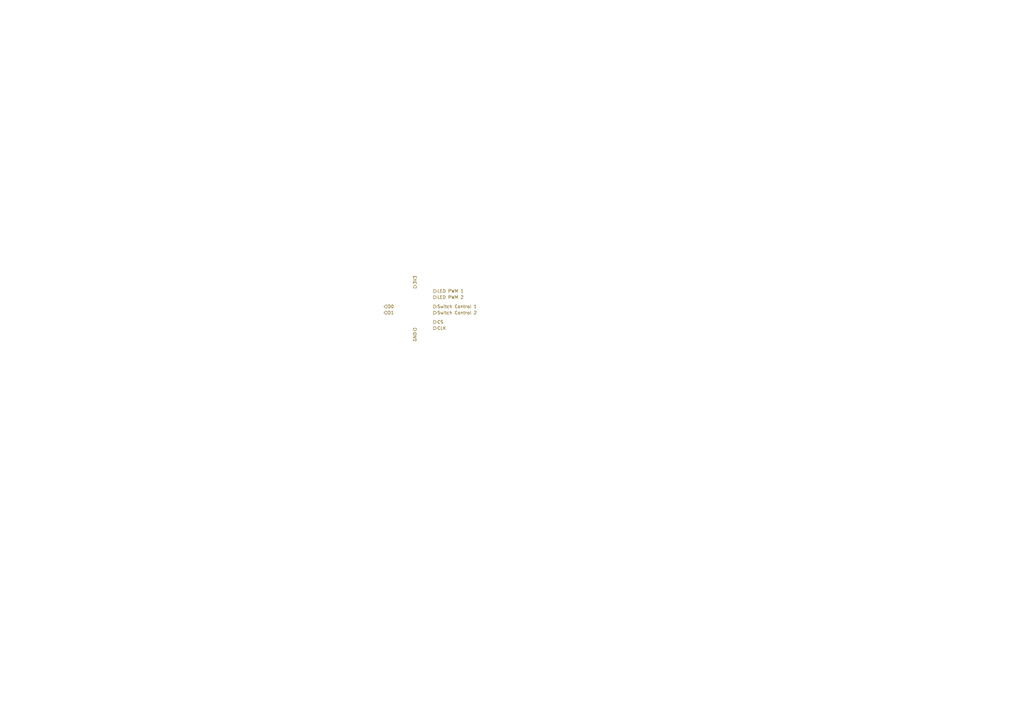
<source format=kicad_sch>
(kicad_sch
	(version 20231120)
	(generator "eeschema")
	(generator_version "8.0")
	(uuid "6427d710-b005-4192-9011-c2d62c35af43")
	(paper "A3")
	(title_block
		(title "Pulse Oximeter")
		(date "2024-03-07")
		(rev "1")
		(company "ENGS 129")
		(comment 1 "Renan Laurore")
		(comment 2 "Andrei Gerashchenko")
	)
	(lib_symbols)
	(hierarchical_label "LED PWM 2"
		(shape output)
		(at 177.8 121.92 0)
		(fields_autoplaced yes)
		(effects
			(font
				(size 1.27 1.27)
			)
			(justify left)
		)
		(uuid "1e17419f-6965-4629-b832-5b9fbc1cd79b")
	)
	(hierarchical_label "3V3"
		(shape output)
		(at 170.18 118.11 90)
		(fields_autoplaced yes)
		(effects
			(font
				(size 1.27 1.27)
			)
			(justify left)
		)
		(uuid "2802c4ec-da55-435f-866d-dfccf4d99d2f")
	)
	(hierarchical_label "Switch Control 1"
		(shape output)
		(at 177.8 125.73 0)
		(fields_autoplaced yes)
		(effects
			(font
				(size 1.27 1.27)
			)
			(justify left)
		)
		(uuid "2ea9fca9-ec3b-4a22-93f0-3d2aaab4b361")
	)
	(hierarchical_label "CS"
		(shape output)
		(at 177.8 132.08 0)
		(fields_autoplaced yes)
		(effects
			(font
				(size 1.27 1.27)
			)
			(justify left)
		)
		(uuid "4a616190-51c0-4231-8c73-055438207940")
	)
	(hierarchical_label "D1"
		(shape input)
		(at 157.48 128.27 0)
		(fields_autoplaced yes)
		(effects
			(font
				(size 1.27 1.27)
			)
			(justify left)
		)
		(uuid "4d4d7973-4787-4c8b-b014-451ebe63ce6d")
	)
	(hierarchical_label "GND"
		(shape output)
		(at 170.18 134.62 270)
		(fields_autoplaced yes)
		(effects
			(font
				(size 1.27 1.27)
			)
			(justify right)
		)
		(uuid "68fd1869-4026-4a33-afd1-9a668ea9850a")
	)
	(hierarchical_label "CLK"
		(shape output)
		(at 177.8 134.62 0)
		(fields_autoplaced yes)
		(effects
			(font
				(size 1.27 1.27)
			)
			(justify left)
		)
		(uuid "6f35eb0d-921d-4434-8c15-b17bb91c9fa2")
	)
	(hierarchical_label "D0"
		(shape input)
		(at 157.48 125.73 0)
		(fields_autoplaced yes)
		(effects
			(font
				(size 1.27 1.27)
			)
			(justify left)
		)
		(uuid "7ca3261e-d406-41ef-ab69-8679f45f03f7")
	)
	(hierarchical_label "LED PWM 1"
		(shape output)
		(at 177.8 119.38 0)
		(fields_autoplaced yes)
		(effects
			(font
				(size 1.27 1.27)
			)
			(justify left)
		)
		(uuid "a4a2f4b4-910c-4ee5-9a88-069235ba7e54")
	)
	(hierarchical_label "Switch Control 2"
		(shape output)
		(at 177.8 128.27 0)
		(fields_autoplaced yes)
		(effects
			(font
				(size 1.27 1.27)
			)
			(justify left)
		)
		(uuid "df874f90-10fc-4577-adb6-0be54477f814")
	)
)
</source>
